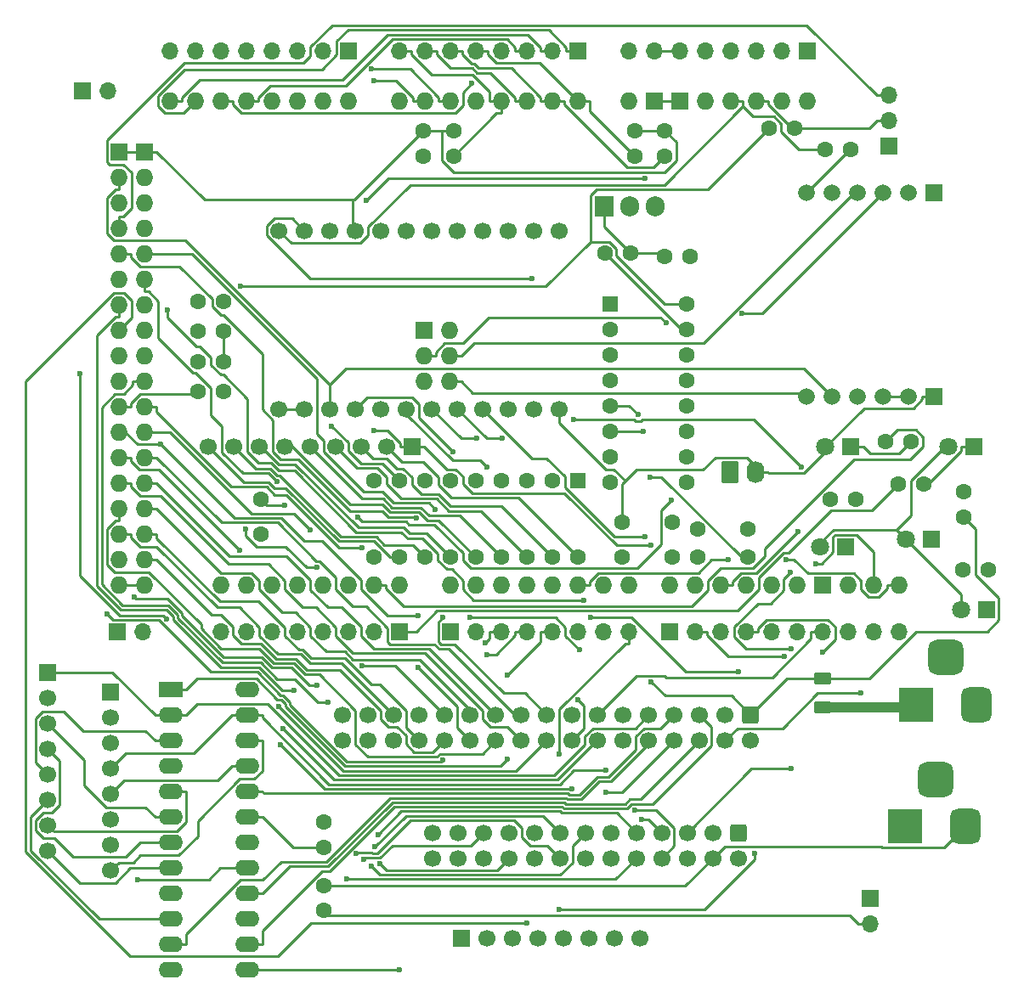
<source format=gbr>
G04 #@! TF.GenerationSoftware,KiCad,Pcbnew,9.0.4*
G04 #@! TF.CreationDate,2025-12-01T20:39:30+10:00*
G04 #@! TF.ProjectId,Jet Ranger DUE Prod Radio Controller,4a657420-5261-46e6-9765-722044554520,rev?*
G04 #@! TF.SameCoordinates,Original*
G04 #@! TF.FileFunction,Copper,L1,Top*
G04 #@! TF.FilePolarity,Positive*
%FSLAX46Y46*%
G04 Gerber Fmt 4.6, Leading zero omitted, Abs format (unit mm)*
G04 Created by KiCad (PCBNEW 9.0.4) date 2025-12-01 20:39:30*
%MOMM*%
%LPD*%
G01*
G04 APERTURE LIST*
G04 Aperture macros list*
%AMRoundRect*
0 Rectangle with rounded corners*
0 $1 Rounding radius*
0 $2 $3 $4 $5 $6 $7 $8 $9 X,Y pos of 4 corners*
0 Add a 4 corners polygon primitive as box body*
4,1,4,$2,$3,$4,$5,$6,$7,$8,$9,$2,$3,0*
0 Add four circle primitives for the rounded corners*
1,1,$1+$1,$2,$3*
1,1,$1+$1,$4,$5*
1,1,$1+$1,$6,$7*
1,1,$1+$1,$8,$9*
0 Add four rect primitives between the rounded corners*
20,1,$1+$1,$2,$3,$4,$5,0*
20,1,$1+$1,$4,$5,$6,$7,0*
20,1,$1+$1,$6,$7,$8,$9,0*
20,1,$1+$1,$8,$9,$2,$3,0*%
G04 Aperture macros list end*
G04 #@! TA.AperFunction,ComponentPad*
%ADD10R,1.700000X1.700000*%
G04 #@! TD*
G04 #@! TA.AperFunction,ComponentPad*
%ADD11C,1.700000*%
G04 #@! TD*
G04 #@! TA.AperFunction,ComponentPad*
%ADD12C,1.600000*%
G04 #@! TD*
G04 #@! TA.AperFunction,ComponentPad*
%ADD13O,1.727200X1.727200*%
G04 #@! TD*
G04 #@! TA.AperFunction,ComponentPad*
%ADD14R,1.727200X1.727200*%
G04 #@! TD*
G04 #@! TA.AperFunction,SMDPad,CuDef*
%ADD15RoundRect,0.250000X-0.625000X0.375000X-0.625000X-0.375000X0.625000X-0.375000X0.625000X0.375000X0*%
G04 #@! TD*
G04 #@! TA.AperFunction,ComponentPad*
%ADD16O,1.700000X1.700000*%
G04 #@! TD*
G04 #@! TA.AperFunction,ComponentPad*
%ADD17R,2.400000X1.600000*%
G04 #@! TD*
G04 #@! TA.AperFunction,ComponentPad*
%ADD18O,2.400000X1.600000*%
G04 #@! TD*
G04 #@! TA.AperFunction,ComponentPad*
%ADD19RoundRect,0.250000X-0.620000X-0.845000X0.620000X-0.845000X0.620000X0.845000X-0.620000X0.845000X0*%
G04 #@! TD*
G04 #@! TA.AperFunction,ComponentPad*
%ADD20O,1.740000X2.190000*%
G04 #@! TD*
G04 #@! TA.AperFunction,ComponentPad*
%ADD21R,1.800000X1.800000*%
G04 #@! TD*
G04 #@! TA.AperFunction,ComponentPad*
%ADD22C,1.800000*%
G04 #@! TD*
G04 #@! TA.AperFunction,ComponentPad*
%ADD23R,3.500000X3.500000*%
G04 #@! TD*
G04 #@! TA.AperFunction,ComponentPad*
%ADD24RoundRect,0.750000X0.750000X1.000000X-0.750000X1.000000X-0.750000X-1.000000X0.750000X-1.000000X0*%
G04 #@! TD*
G04 #@! TA.AperFunction,ComponentPad*
%ADD25RoundRect,0.875000X0.875000X0.875000X-0.875000X0.875000X-0.875000X-0.875000X0.875000X-0.875000X0*%
G04 #@! TD*
G04 #@! TA.AperFunction,ComponentPad*
%ADD26RoundRect,0.250000X-0.550000X-0.550000X0.550000X-0.550000X0.550000X0.550000X-0.550000X0.550000X0*%
G04 #@! TD*
G04 #@! TA.AperFunction,ComponentPad*
%ADD27RoundRect,0.250000X-0.550000X0.550000X-0.550000X-0.550000X0.550000X-0.550000X0.550000X0.550000X0*%
G04 #@! TD*
G04 #@! TA.AperFunction,ComponentPad*
%ADD28R,1.905000X2.000000*%
G04 #@! TD*
G04 #@! TA.AperFunction,ComponentPad*
%ADD29O,1.905000X2.000000*%
G04 #@! TD*
G04 #@! TA.AperFunction,ComponentPad*
%ADD30R,1.665000X1.665000*%
G04 #@! TD*
G04 #@! TA.AperFunction,ComponentPad*
%ADD31C,1.665000*%
G04 #@! TD*
G04 #@! TA.AperFunction,ComponentPad*
%ADD32RoundRect,0.250000X-0.600000X0.600000X-0.600000X-0.600000X0.600000X-0.600000X0.600000X0.600000X0*%
G04 #@! TD*
G04 #@! TA.AperFunction,ViaPad*
%ADD33C,0.600000*%
G04 #@! TD*
G04 #@! TA.AperFunction,Conductor*
%ADD34C,0.250000*%
G04 #@! TD*
G04 #@! TA.AperFunction,Conductor*
%ADD35C,1.000000*%
G04 #@! TD*
G04 APERTURE END LIST*
D10*
X74720000Y-129500000D03*
D11*
X77260000Y-129500000D03*
X79800000Y-129500000D03*
X82340000Y-129500000D03*
X84880000Y-129500000D03*
X87420000Y-129500000D03*
X89960000Y-129500000D03*
X92500000Y-129500000D03*
X56560000Y-76750000D03*
X59100000Y-76750000D03*
X61640000Y-76750000D03*
X64180000Y-76750000D03*
X66720000Y-76750000D03*
X69260000Y-76750000D03*
X71800000Y-76750000D03*
X74340000Y-76750000D03*
X76880000Y-76750000D03*
X79420000Y-76750000D03*
X81960000Y-76750000D03*
X84500000Y-76750000D03*
X84500000Y-58970000D03*
X81960000Y-58970000D03*
X79420000Y-58970000D03*
X76880000Y-58970000D03*
X74340000Y-58970000D03*
X71800000Y-58970000D03*
X69260000Y-58970000D03*
X66720000Y-58970000D03*
X64180000Y-58970000D03*
X61640000Y-58970000D03*
X59100000Y-58970000D03*
X56560000Y-58970000D03*
D12*
X73950000Y-49000000D03*
X73950000Y-51500000D03*
X70940000Y-49000000D03*
X70940000Y-51500000D03*
D13*
X109205000Y-46039300D03*
X101585000Y-46039300D03*
X99045000Y-46039300D03*
X70978000Y-73979300D03*
X43165000Y-94299300D03*
X40625000Y-94299300D03*
X86345000Y-46039300D03*
X83805000Y-46039300D03*
X81265000Y-46039300D03*
X78725000Y-46039300D03*
X76185000Y-46039300D03*
X73645000Y-46039300D03*
X71105000Y-46039300D03*
X68565000Y-46039300D03*
X63485000Y-46039300D03*
X60945000Y-46039300D03*
X58405000Y-46039300D03*
X55865000Y-46039300D03*
X113269000Y-94299300D03*
X48245000Y-46039300D03*
X45705000Y-46039300D03*
X73645000Y-94299300D03*
X76185000Y-94299300D03*
X78725000Y-94299300D03*
X81265000Y-94299300D03*
X83805000Y-94299300D03*
X86345000Y-94299300D03*
X88885000Y-94299300D03*
X91425000Y-94299300D03*
X95489000Y-94299300D03*
X98029000Y-94299300D03*
X100569000Y-94299300D03*
X103109000Y-94299300D03*
X105649000Y-94299300D03*
X108189000Y-94299300D03*
X68565000Y-94299300D03*
X66025000Y-94299300D03*
X63485000Y-94299300D03*
X60945000Y-94299300D03*
X58405000Y-94299300D03*
X55865000Y-94299300D03*
X53325000Y-94299300D03*
X50785000Y-94299300D03*
X43165000Y-91759300D03*
X40625000Y-91759300D03*
X43165000Y-89219300D03*
X40625000Y-89219300D03*
X43165000Y-86679300D03*
X40625000Y-86679300D03*
X43165000Y-84139300D03*
X40625000Y-84139300D03*
X43165000Y-81599300D03*
X40625000Y-81599300D03*
X43165000Y-79059300D03*
X40625000Y-79059300D03*
X43165000Y-76519300D03*
X40625000Y-76519300D03*
X43165000Y-73979300D03*
X40625000Y-73979300D03*
X43165000Y-71439300D03*
X40625000Y-71439300D03*
X43165000Y-68899300D03*
X40625000Y-68899300D03*
X43165000Y-66359300D03*
X40625000Y-66359300D03*
X43165000Y-63819300D03*
X40625000Y-63819300D03*
X43165000Y-61279300D03*
X40625000Y-61279300D03*
X43165000Y-58739300D03*
X40625000Y-58739300D03*
X43165000Y-56199300D03*
X40625000Y-56199300D03*
X43165000Y-53659300D03*
X40625000Y-53659300D03*
X53325000Y-46039300D03*
X50785000Y-46039300D03*
D14*
X110729000Y-94299300D03*
X96505000Y-46039300D03*
X93965000Y-46039300D03*
X70978000Y-68899300D03*
X43165000Y-51119300D03*
X40625000Y-51119300D03*
D13*
X106665000Y-46039300D03*
X73518000Y-73979300D03*
X70978000Y-71439300D03*
X104125000Y-46039300D03*
X73518000Y-68899300D03*
X73518000Y-71439300D03*
X118349000Y-94299300D03*
X115809000Y-94299300D03*
X91425000Y-46039300D03*
D15*
X110750000Y-103650000D03*
X110750000Y-106450000D03*
D12*
X103250000Y-91500000D03*
X98250000Y-91500000D03*
D10*
X63500000Y-41046400D03*
D16*
X60960000Y-41046400D03*
X58420000Y-41046400D03*
X55880000Y-41046400D03*
X53340000Y-41046400D03*
X50800000Y-41046400D03*
X48260000Y-41046400D03*
X45720000Y-41046400D03*
D17*
X45750000Y-104750000D03*
D18*
X45750000Y-107290000D03*
X45750000Y-109830000D03*
X45750000Y-112370000D03*
X45750000Y-114910000D03*
X45750000Y-117450000D03*
X45750000Y-119990000D03*
X45750000Y-122530000D03*
X45750000Y-125070000D03*
X45750000Y-127610000D03*
X45750000Y-130150000D03*
X45750000Y-132690000D03*
X53370000Y-132690000D03*
X53370000Y-130150000D03*
X53370000Y-127610000D03*
X53370000Y-125070000D03*
X53370000Y-122530000D03*
X53370000Y-119990000D03*
X53370000Y-117450000D03*
X53370000Y-114910000D03*
X53370000Y-112370000D03*
X53370000Y-109830000D03*
X53370000Y-107290000D03*
X53370000Y-104750000D03*
D10*
X117298000Y-50550000D03*
D16*
X117298000Y-48010000D03*
X117298000Y-45470000D03*
D10*
X86360000Y-41046400D03*
D16*
X83820000Y-41046400D03*
X81280000Y-41046400D03*
X78740000Y-41046400D03*
X76200000Y-41046400D03*
X73660000Y-41046400D03*
X71120000Y-41046400D03*
X68580000Y-41046400D03*
D19*
X101500000Y-83000000D03*
D20*
X104040000Y-83000000D03*
D12*
X51040000Y-72000000D03*
X48500000Y-72000000D03*
D21*
X113540000Y-80500000D03*
D22*
X111000000Y-80500000D03*
D12*
X61000000Y-117960000D03*
X61000000Y-120500000D03*
X118250000Y-84250000D03*
X120790000Y-84250000D03*
X51040000Y-66000000D03*
X48500000Y-66000000D03*
X124750000Y-87500000D03*
X124750000Y-84960000D03*
D10*
X37000000Y-45000000D03*
D16*
X39540000Y-45000000D03*
D23*
X118949000Y-118350000D03*
D24*
X124949000Y-118350000D03*
D25*
X121949000Y-113650000D03*
D26*
X89515000Y-66250000D03*
D12*
X89515000Y-68790000D03*
X89515000Y-71330000D03*
X89515000Y-73870000D03*
X89515000Y-76410000D03*
X89515000Y-78950000D03*
X89515000Y-81490000D03*
X89515000Y-84030000D03*
X97135000Y-84030000D03*
X97135000Y-81490000D03*
X97135000Y-78950000D03*
X97135000Y-76410000D03*
X97135000Y-73870000D03*
X97135000Y-71330000D03*
X97135000Y-68790000D03*
X97135000Y-66250000D03*
D21*
X127040000Y-96750000D03*
D22*
X124500000Y-96750000D03*
D12*
X54750000Y-85750000D03*
X54750000Y-89250000D03*
D21*
X125770000Y-80500000D03*
D22*
X123230000Y-80500000D03*
D27*
X86320000Y-83880000D03*
D12*
X83780000Y-83880000D03*
X81240000Y-83880000D03*
X78700000Y-83880000D03*
X76160000Y-83880000D03*
X73620000Y-83880000D03*
X71080000Y-83880000D03*
X68540000Y-83880000D03*
X66000000Y-83880000D03*
X66000000Y-91500000D03*
X68540000Y-91500000D03*
X71080000Y-91500000D03*
X73620000Y-91500000D03*
X76160000Y-91500000D03*
X78700000Y-91500000D03*
X81240000Y-91500000D03*
X83780000Y-91500000D03*
X86320000Y-91500000D03*
X51040000Y-69000000D03*
X48500000Y-69000000D03*
X51000000Y-75000000D03*
X48460000Y-75000000D03*
X124710000Y-92750000D03*
X127250000Y-92750000D03*
X117000000Y-80000000D03*
X119540000Y-80000000D03*
D10*
X68580000Y-98958400D03*
D16*
X66040000Y-98958400D03*
X63500000Y-98958400D03*
X60960000Y-98958400D03*
X58420000Y-98958400D03*
X55880000Y-98958400D03*
X53340000Y-98958400D03*
X50800000Y-98958400D03*
D10*
X33500000Y-103000000D03*
D11*
X33500000Y-105540000D03*
X33500000Y-108080000D03*
X33500000Y-110620000D03*
X33500000Y-113160000D03*
X33500000Y-115700000D03*
X33500000Y-118240000D03*
X33500000Y-120780000D03*
D12*
X94960000Y-61500000D03*
X97500000Y-61500000D03*
D28*
X88920000Y-56500000D03*
D29*
X91460000Y-56500000D03*
X94000000Y-56500000D03*
D30*
X121809000Y-55183300D03*
D31*
X119269000Y-55183300D03*
X116729000Y-55183300D03*
X114189000Y-55183300D03*
X111649000Y-55183300D03*
X109109000Y-55183300D03*
D30*
X121809000Y-75503300D03*
D31*
X119269000Y-75503300D03*
X116729000Y-75503300D03*
X114189000Y-75503300D03*
X111649000Y-75503300D03*
X109109000Y-75503300D03*
D21*
X113040000Y-90500000D03*
D22*
X110500000Y-90500000D03*
D12*
X111455000Y-85750000D03*
X113995000Y-85750000D03*
D10*
X109220000Y-41046400D03*
D16*
X106680000Y-41046400D03*
X104140000Y-41046400D03*
X101600000Y-41046400D03*
X99060000Y-41046400D03*
X96520000Y-41046400D03*
X93980000Y-41046400D03*
X91440000Y-41046400D03*
D12*
X95000000Y-51500000D03*
X95000000Y-49000000D03*
D10*
X115450000Y-125560000D03*
D16*
X115450000Y-128100000D03*
D12*
X61000000Y-126750000D03*
X61000000Y-124250000D03*
X110960000Y-50900000D03*
X113500000Y-50900000D03*
X89037500Y-61212500D03*
X91577500Y-61212500D03*
D32*
X103530000Y-107250000D03*
D11*
X103530000Y-109790000D03*
X100990000Y-107250000D03*
X100990000Y-109790000D03*
X98450000Y-107250000D03*
X98450000Y-109790000D03*
X95910000Y-107250000D03*
X95910000Y-109790000D03*
X93370000Y-107250000D03*
X93370000Y-109790000D03*
X90830000Y-107250000D03*
X90830000Y-109790000D03*
X88290000Y-107250000D03*
X88290000Y-109790000D03*
X85750000Y-107250000D03*
X85750000Y-109790000D03*
X83210000Y-107250000D03*
X83210000Y-109790000D03*
X80670000Y-107250000D03*
X80670000Y-109790000D03*
X78130000Y-107250000D03*
X78130000Y-109790000D03*
X75590000Y-107250000D03*
X75590000Y-109790000D03*
X73050000Y-107250000D03*
X73050000Y-109790000D03*
X70510000Y-107250000D03*
X70510000Y-109790000D03*
X67970000Y-107250000D03*
X67970000Y-109790000D03*
X65430000Y-107250000D03*
X65430000Y-109790000D03*
X62890000Y-107250000D03*
X62890000Y-109790000D03*
D12*
X105350000Y-48750000D03*
X107890000Y-48750000D03*
X91990000Y-51500000D03*
X91990000Y-49000000D03*
D10*
X39750000Y-105000000D03*
D11*
X39750000Y-107540000D03*
X39750000Y-110080000D03*
X39750000Y-112620000D03*
X39750000Y-115160000D03*
X39750000Y-117700000D03*
X39750000Y-120240000D03*
X39750000Y-122780000D03*
D21*
X121540000Y-89750000D03*
D22*
X119000000Y-89750000D03*
D12*
X103250000Y-88750000D03*
X98250000Y-88750000D03*
X95750000Y-88000000D03*
X90750000Y-88000000D03*
D10*
X69820000Y-80500000D03*
D11*
X67280000Y-80500000D03*
X64740000Y-80500000D03*
X62200000Y-80500000D03*
X59660000Y-80500000D03*
X57120000Y-80500000D03*
X54580000Y-80500000D03*
X52040000Y-80500000D03*
X49500000Y-80500000D03*
D23*
X120000000Y-106207500D03*
D24*
X126000000Y-106207500D03*
D25*
X123000000Y-101507500D03*
D10*
X95504000Y-98958400D03*
D16*
X98044000Y-98958400D03*
X100584000Y-98958400D03*
X103124000Y-98958400D03*
X105664000Y-98958400D03*
X108204000Y-98958400D03*
X110744000Y-98958400D03*
X113284000Y-98958400D03*
X115824000Y-98958400D03*
X118364000Y-98958400D03*
D32*
X102330000Y-119000000D03*
D11*
X102330000Y-121540000D03*
X99790000Y-119000000D03*
X99790000Y-121540000D03*
X97250000Y-119000000D03*
X97250000Y-121540000D03*
X94710000Y-119000000D03*
X94710000Y-121540000D03*
X92170000Y-119000000D03*
X92170000Y-121540000D03*
X89630000Y-119000000D03*
X89630000Y-121540000D03*
X87090000Y-119000000D03*
X87090000Y-121540000D03*
X84550000Y-119000000D03*
X84550000Y-121540000D03*
X82010000Y-119000000D03*
X82010000Y-121540000D03*
X79470000Y-119000000D03*
X79470000Y-121540000D03*
X76930000Y-119000000D03*
X76930000Y-121540000D03*
X74390000Y-119000000D03*
X74390000Y-121540000D03*
X71850000Y-119000000D03*
X71850000Y-121540000D03*
D12*
X95750000Y-91500000D03*
X90750000Y-91500000D03*
D10*
X40411400Y-98933000D03*
D16*
X42951400Y-98933000D03*
D10*
X73660000Y-98958400D03*
D16*
X76200000Y-98958400D03*
X78740000Y-98958400D03*
X81280000Y-98958400D03*
X83820000Y-98958400D03*
X86360000Y-98958400D03*
X88900000Y-98958400D03*
X91440000Y-98958400D03*
D33*
X75781400Y-44292400D03*
X78814900Y-79673400D03*
X85743800Y-114595500D03*
X56708100Y-110233700D03*
X45386200Y-97697200D03*
X36687200Y-73223500D03*
X73908300Y-81014500D03*
X76220600Y-79671100D03*
X81256400Y-128015000D03*
X64266700Y-121049000D03*
X58021400Y-104829400D03*
X77268100Y-82556600D03*
X65776500Y-122351400D03*
X60316300Y-104318100D03*
X42137200Y-95449700D03*
X66393500Y-119149200D03*
X61404900Y-105966800D03*
X63318600Y-123631900D03*
X66616600Y-122103400D03*
X66126500Y-120403000D03*
X60356800Y-92559200D03*
X53231500Y-88687300D03*
X92871100Y-78950000D03*
X93542500Y-83529300D03*
X92357900Y-77318100D03*
X72855100Y-111733900D03*
X39405000Y-97143600D03*
X95646100Y-85812900D03*
X64383100Y-87556900D03*
X93003700Y-89458000D03*
X87615000Y-97546100D03*
X102341600Y-102917100D03*
X42511500Y-123660600D03*
X92643500Y-117633000D03*
X92008900Y-116744600D03*
X72892400Y-97546100D03*
X70253100Y-87648800D03*
X64786900Y-90548400D03*
X64786900Y-102363800D03*
X107560600Y-112616000D03*
X107560600Y-100639000D03*
X107523800Y-93017100D03*
X86946900Y-95783600D03*
X45465300Y-66840300D03*
X89164000Y-114963000D03*
X89164000Y-112747100D03*
X52630400Y-90794600D03*
X56554000Y-106396700D03*
X86356700Y-105710600D03*
X86469200Y-100748000D03*
X75612500Y-97546100D03*
X72129600Y-86745200D03*
X64977900Y-121606400D03*
X59675000Y-88775000D03*
X65981500Y-43968000D03*
X114538900Y-105050000D03*
X101308800Y-91788000D03*
X61749400Y-78447100D03*
X108279800Y-88949500D03*
X102686200Y-67228800D03*
X95111100Y-68167100D03*
X77281400Y-101261600D03*
X68581300Y-132690000D03*
X65767400Y-42847200D03*
X44784800Y-80284800D03*
X70407600Y-102478000D03*
X70421000Y-97305800D03*
X110718700Y-100962200D03*
X107052200Y-91735600D03*
X93009500Y-53766000D03*
X65262400Y-55964300D03*
X110076200Y-92149000D03*
X108589500Y-82505900D03*
X85887300Y-77760100D03*
X81758400Y-63752500D03*
X56956500Y-108612600D03*
X56350400Y-83984600D03*
X52676600Y-64514000D03*
X79305100Y-103311400D03*
X79305100Y-111659100D03*
X77094800Y-100072000D03*
X66010100Y-78892500D03*
X93649500Y-103952700D03*
X93649500Y-90300700D03*
X57118800Y-86317000D03*
X106929300Y-101416600D03*
X103927600Y-121073900D03*
X84460100Y-126643700D03*
X84497700Y-111146800D03*
D34*
X115443200Y-81178100D02*
X114765100Y-80500000D01*
X118361900Y-81178100D02*
X115443200Y-81178100D01*
X119540000Y-80000000D02*
X118361900Y-81178100D01*
X113540000Y-80500000D02*
X114765100Y-80500000D01*
X124544900Y-80959400D02*
X124544900Y-80500000D01*
X121254300Y-84250000D02*
X124544900Y-80959400D01*
X120790000Y-84250000D02*
X121254300Y-84250000D01*
X125770000Y-80500000D02*
X124544900Y-80500000D01*
X86360000Y-41046400D02*
X85184900Y-41046400D01*
X85184900Y-40679100D02*
X85184900Y-41046400D01*
X83443900Y-38938100D02*
X85184900Y-40679100D01*
X63443700Y-38938100D02*
X83443900Y-38938100D01*
X62324800Y-40057000D02*
X63443700Y-38938100D01*
X62324800Y-41407000D02*
X62324800Y-40057000D01*
X60835000Y-42896800D02*
X62324800Y-41407000D01*
X47153900Y-42896800D02*
X60835000Y-42896800D01*
X44516200Y-45534500D02*
X47153900Y-42896800D01*
X44516200Y-46572300D02*
X44516200Y-45534500D01*
X45197700Y-47253800D02*
X44516200Y-46572300D01*
X47030500Y-47253800D02*
X45197700Y-47253800D01*
X48245000Y-46039300D02*
X47030500Y-47253800D01*
X51973700Y-46408800D02*
X51973700Y-46039300D01*
X52827200Y-47262300D02*
X51973700Y-46408800D01*
X74104800Y-47262300D02*
X52827200Y-47262300D01*
X74915000Y-46452100D02*
X74104800Y-47262300D01*
X74915000Y-45158800D02*
X74915000Y-46452100D01*
X75781400Y-44292400D02*
X74915000Y-45158800D01*
X50785000Y-46039300D02*
X51973700Y-46039300D01*
X83820000Y-41046400D02*
X82644900Y-41046400D01*
X45705000Y-46039300D02*
X46893700Y-46039300D01*
X82644900Y-40679200D02*
X82644900Y-41046400D01*
X81376100Y-39410400D02*
X82644900Y-40679200D01*
X67365100Y-39410400D02*
X81376100Y-39410400D01*
X62874700Y-43900800D02*
X67365100Y-39410400D01*
X48662700Y-43900800D02*
X62874700Y-43900800D01*
X46893700Y-45669800D02*
X48662700Y-43900800D01*
X46893700Y-46039300D02*
X46893700Y-45669800D01*
X81280000Y-41046400D02*
X80104900Y-41046400D01*
X53325000Y-46039300D02*
X54513700Y-46039300D01*
X80104900Y-40679200D02*
X80104900Y-41046400D01*
X79286300Y-39860600D02*
X80104900Y-40679200D01*
X67869600Y-39860600D02*
X79286300Y-39860600D01*
X63189500Y-44540700D02*
X67869600Y-39860600D01*
X55642800Y-44540700D02*
X63189500Y-44540700D01*
X54513700Y-45669800D02*
X55642800Y-44540700D01*
X54513700Y-46039300D02*
X54513700Y-45669800D01*
X77263400Y-79673400D02*
X74340000Y-76750000D01*
X78814900Y-79673400D02*
X77263400Y-79673400D01*
X61084000Y-114609600D02*
X56708100Y-110233700D01*
X85729700Y-114609600D02*
X61084000Y-114609600D01*
X85743800Y-114595500D02*
X85729700Y-114609600D01*
X36687200Y-93329800D02*
X36687200Y-73223500D01*
X40665000Y-97307600D02*
X36687200Y-93329800D01*
X44996600Y-97307600D02*
X40665000Y-97307600D01*
X45386200Y-97697200D02*
X44996600Y-97307600D01*
X65355400Y-75574600D02*
X64180000Y-76750000D01*
X69809100Y-75574600D02*
X65355400Y-75574600D01*
X70530000Y-76295500D02*
X69809100Y-75574600D01*
X70530000Y-77636200D02*
X70530000Y-76295500D01*
X73908300Y-81014500D02*
X70530000Y-77636200D01*
X74721100Y-79671100D02*
X71800000Y-76750000D01*
X76220600Y-79671100D02*
X74721100Y-79671100D01*
X41895000Y-67629300D02*
X40625000Y-68899300D01*
X41895000Y-65926100D02*
X41895000Y-67629300D01*
X41139400Y-65170500D02*
X41895000Y-65926100D01*
X40083600Y-65170500D02*
X41139400Y-65170500D01*
X31312000Y-73942100D02*
X40083600Y-65170500D01*
X31312000Y-120915800D02*
X31312000Y-73942100D01*
X41709800Y-131313600D02*
X31312000Y-120915800D01*
X56452000Y-131313600D02*
X41709800Y-131313600D01*
X59750600Y-128015000D02*
X56452000Y-131313600D01*
X81256400Y-128015000D02*
X59750600Y-128015000D01*
X40625000Y-66359300D02*
X40625000Y-67548000D01*
X83279800Y-120269800D02*
X84550000Y-121540000D01*
X81579000Y-120269800D02*
X83279800Y-120269800D01*
X80740000Y-119430800D02*
X81579000Y-120269800D01*
X80740000Y-118527400D02*
X80740000Y-119430800D01*
X79973000Y-117760400D02*
X80740000Y-118527400D01*
X69653100Y-117760400D02*
X79973000Y-117760400D01*
X66385400Y-121028100D02*
X69653100Y-117760400D01*
X65867600Y-121028100D02*
X66385400Y-121028100D01*
X65802400Y-120962900D02*
X65867600Y-121028100D01*
X64352800Y-120962900D02*
X65802400Y-120962900D01*
X64266700Y-121049000D02*
X64352800Y-120962900D01*
X56887300Y-104829400D02*
X58021400Y-104829400D01*
X54552300Y-102494400D02*
X56887300Y-104829400D01*
X50751900Y-102494400D02*
X54552300Y-102494400D01*
X46011300Y-97753800D02*
X50751900Y-102494400D01*
X46011300Y-97438200D02*
X46011300Y-97753800D01*
X45358000Y-96784900D02*
X46011300Y-97438200D01*
X40779000Y-96784900D02*
X45358000Y-96784900D01*
X38409500Y-94415400D02*
X40779000Y-96784900D01*
X38409500Y-69394000D02*
X38409500Y-94415400D01*
X40255500Y-67548000D02*
X38409500Y-69394000D01*
X40625000Y-67548000D02*
X40255500Y-67548000D01*
X69260000Y-77263700D02*
X69260000Y-76750000D01*
X73888400Y-81892100D02*
X69260000Y-77263700D01*
X76603600Y-81892100D02*
X73888400Y-81892100D01*
X77268100Y-82556600D02*
X76603600Y-81892100D01*
X66606800Y-123181700D02*
X65776500Y-122351400D01*
X84589400Y-123181700D02*
X66606800Y-123181700D01*
X85820000Y-121951100D02*
X84589400Y-123181700D01*
X85820000Y-120270000D02*
X85820000Y-121951100D01*
X87090000Y-119000000D02*
X85820000Y-120270000D01*
X42298200Y-95610700D02*
X42137200Y-95449700D01*
X45457000Y-95610700D02*
X42298200Y-95610700D01*
X46911500Y-97065200D02*
X45457000Y-95610700D01*
X46911500Y-97380600D02*
X46911500Y-97065200D01*
X51016000Y-101485100D02*
X46911500Y-97380600D01*
X54816300Y-101485100D02*
X51016000Y-101485100D01*
X55862500Y-102531300D02*
X54816300Y-101485100D01*
X57830400Y-102531300D02*
X55862500Y-102531300D01*
X59617100Y-104318000D02*
X57830400Y-102531300D01*
X60316300Y-104318000D02*
X59617100Y-104318000D01*
X60316300Y-104318100D02*
X60316300Y-104318000D01*
X43165000Y-73979300D02*
X41976300Y-73979300D01*
X90191000Y-117021000D02*
X92170000Y-119000000D01*
X84738900Y-117021000D02*
X90191000Y-117021000D01*
X84578100Y-116860200D02*
X84738900Y-117021000D01*
X68682500Y-116860200D02*
X84578100Y-116860200D01*
X66393500Y-119149200D02*
X68682500Y-116860200D01*
X41976300Y-74348700D02*
X41976300Y-73979300D01*
X41075700Y-75249300D02*
X41976300Y-74348700D01*
X40200800Y-75249300D02*
X41075700Y-75249300D01*
X38875000Y-76575100D02*
X40200800Y-75249300D01*
X38875000Y-94244200D02*
X38875000Y-76575100D01*
X40965600Y-96334800D02*
X38875000Y-94244200D01*
X45544500Y-96334800D02*
X40965600Y-96334800D01*
X46461400Y-97251700D02*
X45544500Y-96334800D01*
X46461400Y-97567200D02*
X46461400Y-97251700D01*
X50938400Y-102044200D02*
X46461400Y-97567200D01*
X54738800Y-102044200D02*
X50938400Y-102044200D01*
X56351100Y-103656500D02*
X54738800Y-102044200D01*
X58094100Y-103656500D02*
X56351100Y-103656500D01*
X60404400Y-105966800D02*
X58094100Y-103656500D01*
X61404900Y-105966800D02*
X60404400Y-105966800D01*
X90078100Y-123631900D02*
X63318600Y-123631900D01*
X92170000Y-121540000D02*
X90078100Y-123631900D01*
X67239500Y-122726300D02*
X66616600Y-122103400D01*
X78283700Y-122726300D02*
X67239500Y-122726300D01*
X79470000Y-121540000D02*
X78283700Y-122726300D01*
X53231500Y-89355600D02*
X53231500Y-88687300D01*
X54345200Y-90469300D02*
X53231500Y-89355600D01*
X57242100Y-90469300D02*
X54345200Y-90469300D01*
X59332000Y-92559200D02*
X57242100Y-90469300D01*
X60356800Y-92559200D02*
X59332000Y-92559200D01*
X69219200Y-117310300D02*
X66126500Y-120403000D01*
X82860300Y-117310300D02*
X69219200Y-117310300D01*
X84550000Y-119000000D02*
X82860300Y-117310300D01*
X89515000Y-78950000D02*
X92871100Y-78950000D01*
X94658300Y-83529300D02*
X93542500Y-83529300D01*
X102629000Y-91500000D02*
X94658300Y-83529300D01*
X103250000Y-91500000D02*
X102629000Y-91500000D01*
X91449800Y-76410000D02*
X92357900Y-77318100D01*
X89515000Y-76410000D02*
X91449800Y-76410000D01*
X72711900Y-111877100D02*
X72855100Y-111733900D01*
X63307600Y-111877100D02*
X72711900Y-111877100D01*
X57629200Y-106198700D02*
X63307600Y-111877100D01*
X57629200Y-105951200D02*
X57629200Y-106198700D01*
X56957500Y-105279500D02*
X57629200Y-105951200D01*
X56700700Y-105279500D02*
X56957500Y-105279500D01*
X54390500Y-102969300D02*
X56700700Y-105279500D01*
X49774300Y-102969300D02*
X54390500Y-102969300D01*
X44562800Y-97757800D02*
X49774300Y-102969300D01*
X40019200Y-97757800D02*
X44562800Y-97757800D01*
X39405000Y-97143600D02*
X40019200Y-97757800D01*
X43165000Y-89219300D02*
X44353700Y-89219300D01*
X44353700Y-89626600D02*
X44353700Y-89219300D01*
X50675000Y-95947900D02*
X44353700Y-89626600D01*
X54535000Y-95947900D02*
X50675000Y-95947900D01*
X57150000Y-98562900D02*
X54535000Y-95947900D01*
X57150000Y-99353400D02*
X57150000Y-98562900D01*
X58518300Y-100721700D02*
X57150000Y-99353400D01*
X58885400Y-100721700D02*
X58518300Y-100721700D01*
X59770400Y-101606700D02*
X58885400Y-100721700D01*
X63138500Y-101606700D02*
X59770400Y-101606700D01*
X65715400Y-104183600D02*
X63138500Y-101606700D01*
X66583800Y-104183600D02*
X65715400Y-104183600D01*
X69240000Y-106839800D02*
X66583800Y-104183600D01*
X69240000Y-108520000D02*
X69240000Y-106839800D01*
X70510000Y-109790000D02*
X69240000Y-108520000D01*
X43165000Y-91759300D02*
X44353700Y-91759300D01*
X49866800Y-97272400D02*
X44353700Y-91759300D01*
X50775800Y-97272400D02*
X49866800Y-97272400D01*
X51975100Y-98471700D02*
X50775800Y-97272400D01*
X51975100Y-99317800D02*
X51975100Y-98471700D01*
X52790900Y-100133600D02*
X51975100Y-99317800D01*
X54738100Y-100133600D02*
X52790900Y-100133600D01*
X56235600Y-101631100D02*
X54738100Y-100133600D01*
X58203500Y-101631100D02*
X56235600Y-101631100D01*
X59308000Y-102735600D02*
X58203500Y-101631100D01*
X62596500Y-102735600D02*
X59308000Y-102735600D01*
X66700000Y-106839100D02*
X62596500Y-102735600D01*
X66700000Y-107681000D02*
X66700000Y-106839100D01*
X67444200Y-108425200D02*
X66700000Y-107681000D01*
X68324300Y-108425200D02*
X67444200Y-108425200D01*
X69202800Y-109303700D02*
X68324300Y-108425200D01*
X69202800Y-110156300D02*
X69202800Y-109303700D01*
X70023300Y-110976800D02*
X69202800Y-110156300D01*
X71863200Y-110976800D02*
X70023300Y-110976800D01*
X73050000Y-109790000D02*
X71863200Y-110976800D01*
X83805000Y-46039300D02*
X84993700Y-46039300D01*
X73660000Y-41046400D02*
X74835100Y-41046400D01*
X83805000Y-46039300D02*
X82616300Y-46039300D01*
X84993700Y-46408800D02*
X84993700Y-46039300D01*
X91239400Y-52654500D02*
X84993700Y-46408800D01*
X93845500Y-52654500D02*
X91239400Y-52654500D01*
X95000000Y-51500000D02*
X93845500Y-52654500D01*
X74835100Y-41413700D02*
X74835100Y-41046400D01*
X75738400Y-42317000D02*
X74835100Y-41413700D01*
X75987200Y-42317000D02*
X75738400Y-42317000D01*
X76437300Y-42767100D02*
X75987200Y-42317000D01*
X79713500Y-42767100D02*
X76437300Y-42767100D01*
X82616300Y-45669900D02*
X79713500Y-42767100D01*
X82616300Y-46039300D02*
X82616300Y-45669900D01*
X64806400Y-87980200D02*
X64383100Y-87556900D01*
X69209500Y-87980200D02*
X64806400Y-87980200D01*
X69503300Y-88274000D02*
X69209500Y-87980200D01*
X72045500Y-88274000D02*
X69503300Y-88274000D01*
X74890000Y-91118500D02*
X72045500Y-88274000D01*
X74890000Y-91873800D02*
X74890000Y-91118500D01*
X75641400Y-92625200D02*
X74890000Y-91873800D01*
X92270400Y-92625200D02*
X75641400Y-92625200D01*
X94624800Y-90270800D02*
X92270400Y-92625200D01*
X94624800Y-86834200D02*
X94624800Y-90270800D01*
X95646100Y-85812900D02*
X94624800Y-86834200D01*
X67622800Y-91500000D02*
X68540000Y-91500000D01*
X66046000Y-89923200D02*
X67622800Y-91500000D01*
X62552400Y-89923200D02*
X66046000Y-89923200D01*
X57238900Y-84609700D02*
X62552400Y-89923200D01*
X56091500Y-84609700D02*
X57238900Y-84609700D01*
X55501900Y-84020100D02*
X56091500Y-84609700D01*
X53020100Y-84020100D02*
X55501900Y-84020100D01*
X49500000Y-80500000D02*
X53020100Y-84020100D01*
X89980800Y-89458000D02*
X93003700Y-89458000D01*
X85049500Y-84526700D02*
X89980800Y-89458000D01*
X85049500Y-83484200D02*
X85049500Y-84526700D01*
X83206000Y-81640700D02*
X85049500Y-83484200D01*
X81770700Y-81640700D02*
X83206000Y-81640700D01*
X76880000Y-76750000D02*
X81770700Y-81640700D01*
X64852500Y-85692500D02*
X59660000Y-80500000D01*
X66908100Y-85692500D02*
X64852500Y-85692500D01*
X67789200Y-86573600D02*
X66908100Y-85692500D01*
X70698600Y-86573600D02*
X67789200Y-86573600D01*
X71498800Y-87373800D02*
X70698600Y-86573600D01*
X74573800Y-87373800D02*
X71498800Y-87373800D01*
X78700000Y-91500000D02*
X74573800Y-87373800D01*
X57923100Y-80500000D02*
X57120000Y-80500000D01*
X63671500Y-86248400D02*
X57923100Y-80500000D01*
X66827400Y-86248400D02*
X63671500Y-86248400D01*
X67602700Y-87023700D02*
X66827400Y-86248400D01*
X70512100Y-87023700D02*
X67602700Y-87023700D01*
X71312300Y-87823900D02*
X70512100Y-87023700D01*
X72483900Y-87823900D02*
X71312300Y-87823900D01*
X76160000Y-91500000D02*
X72483900Y-87823900D01*
X69886500Y-90306500D02*
X71080000Y-91500000D01*
X67065900Y-90306500D02*
X69886500Y-90306500D01*
X66232500Y-89473100D02*
X67065900Y-90306500D01*
X62738900Y-89473100D02*
X66232500Y-89473100D01*
X56625200Y-83359400D02*
X62738900Y-89473100D01*
X56376200Y-83359400D02*
X56625200Y-83359400D01*
X55701000Y-82684200D02*
X56376200Y-83359400D01*
X54224200Y-82684200D02*
X55701000Y-82684200D01*
X52040000Y-80500000D02*
X54224200Y-82684200D01*
X80393400Y-85573400D02*
X86320000Y-91500000D01*
X73682000Y-85573400D02*
X80393400Y-85573400D01*
X72448300Y-84339700D02*
X73682000Y-85573400D01*
X72448300Y-83578400D02*
X72448300Y-84339700D01*
X70925700Y-82055800D02*
X72448300Y-83578400D01*
X68835800Y-82055800D02*
X70925700Y-82055800D01*
X67280000Y-80500000D02*
X68835800Y-82055800D01*
X91702700Y-97546100D02*
X87615000Y-97546100D01*
X97073700Y-102917100D02*
X91702700Y-97546100D01*
X102341600Y-102917100D02*
X97073700Y-102917100D01*
X32302900Y-111962900D02*
X33500000Y-113160000D01*
X32302900Y-107602400D02*
X32302900Y-111962900D01*
X33029600Y-106875700D02*
X32302900Y-107602400D01*
X35130200Y-106875700D02*
X33029600Y-106875700D01*
X37088900Y-108834400D02*
X35130200Y-106875700D01*
X43229300Y-108834400D02*
X37088900Y-108834400D01*
X44224900Y-109830000D02*
X43229300Y-108834400D01*
X45750000Y-109830000D02*
X44224900Y-109830000D01*
X49570200Y-123660600D02*
X42511500Y-123660600D01*
X50700800Y-122530000D02*
X49570200Y-123660600D01*
X53370000Y-122530000D02*
X50700800Y-122530000D01*
X53370000Y-109830000D02*
X54895100Y-109830000D01*
X54895100Y-112838700D02*
X54895100Y-109830000D01*
X54093800Y-113640000D02*
X54895100Y-112838700D01*
X52647100Y-113640000D02*
X54093800Y-113640000D01*
X48477900Y-117809200D02*
X52647100Y-113640000D01*
X48477900Y-119343000D02*
X48477900Y-117809200D01*
X46560900Y-121260000D02*
X48477900Y-119343000D01*
X42713700Y-121260000D02*
X46560900Y-121260000D01*
X42013600Y-121960100D02*
X42713700Y-121260000D01*
X40569900Y-121960100D02*
X42013600Y-121960100D01*
X39750000Y-122780000D02*
X40569900Y-121960100D01*
X65915200Y-81675200D02*
X64740000Y-80500000D01*
X67289900Y-81675200D02*
X65915200Y-81675200D01*
X68279900Y-82665200D02*
X67289900Y-81675200D01*
X68916500Y-82665200D02*
X68279900Y-82665200D01*
X69810000Y-83558700D02*
X68916500Y-82665200D01*
X69810000Y-84282000D02*
X69810000Y-83558700D01*
X70751300Y-85223300D02*
X69810000Y-84282000D01*
X72441400Y-85223300D02*
X70751300Y-85223300D01*
X73652900Y-86434800D02*
X72441400Y-85223300D01*
X78714900Y-86434800D02*
X73652900Y-86434800D01*
X78714900Y-86434900D02*
X78714900Y-86434800D01*
X83780000Y-91500000D02*
X78714900Y-86434900D01*
X81265000Y-46039300D02*
X80076300Y-46039300D01*
X71120000Y-41046400D02*
X72295100Y-41046400D01*
X72295100Y-41411700D02*
X72295100Y-41046400D01*
X73650600Y-42767200D02*
X72295100Y-41411700D01*
X75800800Y-42767200D02*
X73650600Y-42767200D01*
X76250800Y-43217200D02*
X75800800Y-42767200D01*
X77601400Y-43217200D02*
X76250800Y-43217200D01*
X80076300Y-45692100D02*
X77601400Y-43217200D01*
X80076300Y-46039300D02*
X80076300Y-45692100D01*
X93343000Y-117633000D02*
X92643500Y-117633000D01*
X94710000Y-119000000D02*
X93343000Y-117633000D01*
X78222000Y-47228000D02*
X73950000Y-51500000D01*
X78725000Y-47228000D02*
X78222000Y-47228000D01*
X78725000Y-46039300D02*
X78725000Y-47228000D01*
X77536300Y-45139300D02*
X77536300Y-46039300D01*
X75839200Y-43442200D02*
X77536300Y-45139300D01*
X71783700Y-43442200D02*
X75839200Y-43442200D01*
X69755100Y-41413600D02*
X71783700Y-43442200D01*
X69755100Y-41046400D02*
X69755100Y-41413600D01*
X68580000Y-41046400D02*
X69755100Y-41046400D01*
X78725000Y-46039300D02*
X77536300Y-46039300D01*
X94121300Y-116744600D02*
X92008900Y-116744600D01*
X95925300Y-118548600D02*
X94121300Y-116744600D01*
X95925300Y-120324700D02*
X95925300Y-118548600D01*
X94710000Y-121540000D02*
X95925300Y-120324700D01*
X44987500Y-107290000D02*
X44224900Y-107290000D01*
X44987500Y-107290000D02*
X45750000Y-107290000D01*
X45750000Y-107290000D02*
X47275100Y-107290000D01*
X33500000Y-103000000D02*
X34675100Y-103000000D01*
X39934900Y-103000000D02*
X44224900Y-107290000D01*
X34675100Y-103000000D02*
X39934900Y-103000000D01*
X48401300Y-106163800D02*
X47275100Y-107290000D01*
X55437000Y-106163800D02*
X48401300Y-106163800D01*
X62532400Y-113259200D02*
X55437000Y-106163800D01*
X83997200Y-113259200D02*
X62532400Y-113259200D01*
X87020000Y-110236400D02*
X83997200Y-113259200D01*
X87020000Y-109378300D02*
X87020000Y-110236400D01*
X87823600Y-108574700D02*
X87020000Y-109378300D01*
X92045300Y-108574700D02*
X87823600Y-108574700D01*
X93370000Y-107250000D02*
X92045300Y-108574700D01*
X71294300Y-89174300D02*
X73620000Y-91500000D01*
X69541800Y-89174300D02*
X71294300Y-89174300D01*
X68940300Y-88572800D02*
X69541800Y-89174300D01*
X64459700Y-88572800D02*
X68940300Y-88572800D01*
X58121000Y-82234100D02*
X64459700Y-88572800D01*
X56524100Y-82234100D02*
X58121000Y-82234100D01*
X54790000Y-80500000D02*
X56524100Y-82234100D01*
X54580000Y-80500000D02*
X54790000Y-80500000D01*
X64350600Y-82650600D02*
X62200000Y-80500000D01*
X66372900Y-82650600D02*
X64350600Y-82650600D01*
X67270100Y-83547800D02*
X66372900Y-82650600D01*
X67270100Y-84214400D02*
X67270100Y-83547800D01*
X68729100Y-85673400D02*
X67270100Y-84214400D01*
X72242600Y-85673400D02*
X68729100Y-85673400D01*
X73492800Y-86923600D02*
X72242600Y-85673400D01*
X76663600Y-86923600D02*
X73492800Y-86923600D01*
X81240000Y-91500000D02*
X76663600Y-86923600D01*
X53370000Y-130150000D02*
X54895100Y-130150000D01*
X99640600Y-108440600D02*
X98450000Y-107250000D01*
X99640600Y-110272100D02*
X99640600Y-108440600D01*
X93793200Y-116119500D02*
X99640600Y-110272100D01*
X91671600Y-116119500D02*
X93793200Y-116119500D01*
X91220200Y-116570900D02*
X91671600Y-116119500D01*
X84925400Y-116570900D02*
X91220200Y-116570900D01*
X84764600Y-116410100D02*
X84925400Y-116570900D01*
X68019100Y-116410100D02*
X84764600Y-116410100D01*
X61636000Y-122793200D02*
X68019100Y-116410100D01*
X60854200Y-122793200D02*
X61636000Y-122793200D01*
X54895100Y-128752300D02*
X60854200Y-122793200D01*
X54895100Y-130150000D02*
X54895100Y-128752300D01*
X40625000Y-84139300D02*
X41813700Y-84139300D01*
X79305200Y-108425200D02*
X80670000Y-109790000D01*
X77604200Y-108425200D02*
X79305200Y-108425200D01*
X76860000Y-107681000D02*
X77604200Y-108425200D01*
X76860000Y-106856700D02*
X76860000Y-107681000D01*
X71097000Y-101093700D02*
X76860000Y-106856700D01*
X63929300Y-101093700D02*
X71097000Y-101093700D01*
X62230000Y-99394400D02*
X63929300Y-101093700D01*
X62230000Y-98498500D02*
X62230000Y-99394400D01*
X60221000Y-96489500D02*
X62230000Y-98498500D01*
X58862400Y-96489500D02*
X60221000Y-96489500D01*
X57135000Y-94762100D02*
X58862400Y-96489500D01*
X57135000Y-93833000D02*
X57135000Y-94762100D01*
X55512400Y-92210400D02*
X57135000Y-93833000D01*
X51571500Y-92210400D02*
X55512400Y-92210400D01*
X44770400Y-85409300D02*
X51571500Y-92210400D01*
X42714200Y-85409300D02*
X44770400Y-85409300D01*
X41813700Y-84508800D02*
X42714200Y-85409300D01*
X41813700Y-84139300D02*
X41813700Y-84508800D01*
X40625000Y-61279300D02*
X41813700Y-61279300D01*
X72437500Y-98001000D02*
X72892400Y-97546100D01*
X72437500Y-99946000D02*
X72437500Y-98001000D01*
X72684900Y-100193400D02*
X72437500Y-99946000D01*
X74068400Y-100193400D02*
X72684900Y-100193400D01*
X78953800Y-105078800D02*
X74068400Y-100193400D01*
X81038800Y-105078800D02*
X78953800Y-105078800D01*
X83210000Y-107250000D02*
X81038800Y-105078800D01*
X41813700Y-61648800D02*
X41813700Y-61279300D01*
X42714200Y-62549300D02*
X41813700Y-61648800D01*
X46657500Y-62549300D02*
X42714200Y-62549300D01*
X49914800Y-65806600D02*
X46657500Y-62549300D01*
X49914800Y-66498100D02*
X49914800Y-65806600D01*
X50771900Y-67355200D02*
X49914800Y-66498100D01*
X51003300Y-67355200D02*
X50771900Y-67355200D01*
X54879400Y-71231300D02*
X51003300Y-67355200D01*
X54879400Y-76768700D02*
X54879400Y-71231300D01*
X55944800Y-77834100D02*
X54879400Y-76768700D01*
X55944800Y-81018100D02*
X55944800Y-77834100D01*
X56710600Y-81783900D02*
X55944800Y-81018100D01*
X58493500Y-81783900D02*
X56710600Y-81783900D01*
X63622800Y-86913200D02*
X58493500Y-81783900D01*
X66855600Y-86913200D02*
X63622800Y-86913200D01*
X67472400Y-87530000D02*
X66855600Y-86913200D01*
X70134300Y-87530000D02*
X67472400Y-87530000D01*
X70253100Y-87648800D02*
X70134300Y-87530000D01*
X40625000Y-86679300D02*
X40625000Y-87868000D01*
X40255500Y-87868000D02*
X40625000Y-87868000D01*
X39405200Y-88718300D02*
X40255500Y-87868000D01*
X39405200Y-92257200D02*
X39405200Y-88718300D01*
X40177300Y-93029300D02*
X39405200Y-92257200D01*
X43606300Y-93029300D02*
X40177300Y-93029300D01*
X48784300Y-98207300D02*
X43606300Y-93029300D01*
X48784300Y-98616700D02*
X48784300Y-98207300D01*
X50775100Y-100607500D02*
X48784300Y-98616700D01*
X54575400Y-100607500D02*
X50775100Y-100607500D01*
X56049100Y-102081200D02*
X54575400Y-100607500D01*
X58017000Y-102081200D02*
X56049100Y-102081200D01*
X59152000Y-103216200D02*
X58017000Y-102081200D01*
X60565600Y-103216200D02*
X59152000Y-103216200D01*
X64160000Y-106810600D02*
X60565600Y-103216200D01*
X64160000Y-110192700D02*
X64160000Y-106810600D01*
X65394300Y-111427000D02*
X64160000Y-110192700D01*
X72278000Y-111427000D02*
X65394300Y-111427000D01*
X72596300Y-111108700D02*
X72278000Y-111427000D01*
X76811300Y-111108700D02*
X72596300Y-111108700D01*
X78130000Y-109790000D02*
X76811300Y-111108700D01*
X43165000Y-84139300D02*
X44353700Y-84139300D01*
X71523600Y-100643600D02*
X78130000Y-107250000D01*
X66000800Y-100643600D02*
X71523600Y-100643600D01*
X64770000Y-99412800D02*
X66000800Y-100643600D01*
X64770000Y-98480900D02*
X64770000Y-99412800D01*
X62801200Y-96512100D02*
X64770000Y-98480900D01*
X61417900Y-96512100D02*
X62801200Y-96512100D01*
X59675000Y-94769200D02*
X61417900Y-96512100D01*
X59675000Y-93801400D02*
X59675000Y-94769200D01*
X57293300Y-91419700D02*
X59675000Y-93801400D01*
X51634100Y-91419700D02*
X57293300Y-91419700D01*
X44353700Y-84139300D02*
X51634100Y-91419700D01*
X43165000Y-76519300D02*
X44353700Y-76519300D01*
X68163800Y-102363800D02*
X64786900Y-102363800D01*
X73050000Y-107250000D02*
X68163800Y-102363800D01*
X62541000Y-90548400D02*
X64786900Y-90548400D01*
X57289800Y-85297200D02*
X62541000Y-90548400D01*
X56142400Y-85297200D02*
X57289800Y-85297200D01*
X55329800Y-84484600D02*
X56142400Y-85297200D01*
X51785700Y-84484600D02*
X55329800Y-84484600D01*
X44353700Y-77052600D02*
X51785700Y-84484600D01*
X44353700Y-76519300D02*
X44353700Y-77052600D01*
X82527200Y-42221500D02*
X86345000Y-46039300D01*
X78178200Y-42221500D02*
X82527200Y-42221500D01*
X77375100Y-41418400D02*
X78178200Y-42221500D01*
X77375100Y-41046400D02*
X77375100Y-41418400D01*
X76200000Y-41046400D02*
X77375100Y-41046400D01*
X103066900Y-100639000D02*
X107560600Y-100639000D01*
X101915500Y-99487600D02*
X103066900Y-100639000D01*
X101915500Y-98460800D02*
X101915500Y-99487600D01*
X104250500Y-96125800D02*
X101915500Y-98460800D01*
X105544200Y-96125800D02*
X104250500Y-96125800D01*
X106837800Y-94832200D02*
X105544200Y-96125800D01*
X106837800Y-93703100D02*
X106837800Y-94832200D01*
X107523800Y-93017100D02*
X106837800Y-93703100D01*
X103634000Y-112616000D02*
X107560600Y-112616000D01*
X97250000Y-119000000D02*
X103634000Y-112616000D01*
X87533700Y-47043700D02*
X87533700Y-46039300D01*
X91990000Y-51500000D02*
X87533700Y-47043700D01*
X86345000Y-46039300D02*
X87533700Y-46039300D01*
X75956800Y-95783600D02*
X86946900Y-95783600D01*
X74915000Y-94741800D02*
X75956800Y-95783600D01*
X74915000Y-93846800D02*
X74915000Y-94741800D01*
X73791300Y-92723100D02*
X74915000Y-93846800D01*
X73250700Y-92723100D02*
X73791300Y-92723100D01*
X72350000Y-91822400D02*
X73250700Y-92723100D01*
X72350000Y-91161500D02*
X72350000Y-91822400D01*
X70812900Y-89624400D02*
X72350000Y-91161500D01*
X69355300Y-89624400D02*
X70812900Y-89624400D01*
X68753900Y-89023000D02*
X69355300Y-89624400D01*
X64273300Y-89023000D02*
X68753900Y-89023000D01*
X58159500Y-82909200D02*
X64273300Y-89023000D01*
X56562500Y-82909200D02*
X58159500Y-82909200D01*
X55767100Y-82113800D02*
X56562500Y-82909200D01*
X54527200Y-82113800D02*
X55767100Y-82113800D01*
X53381900Y-80968500D02*
X54527200Y-82113800D01*
X53381900Y-75721900D02*
X53381900Y-80968500D01*
X50995200Y-73335200D02*
X53381900Y-75721900D01*
X50765400Y-73335200D02*
X50995200Y-73335200D01*
X49770000Y-72339800D02*
X50765400Y-73335200D01*
X49770000Y-71614600D02*
X49770000Y-72339800D01*
X48655400Y-70500000D02*
X49770000Y-71614600D01*
X48335200Y-70500000D02*
X48655400Y-70500000D01*
X45465300Y-67630100D02*
X48335200Y-70500000D01*
X45465300Y-66840300D02*
X45465300Y-67630100D01*
X119757500Y-106450000D02*
X120000000Y-106207500D01*
X118940000Y-106450000D02*
X119757500Y-106450000D01*
X45750000Y-122530000D02*
X44224900Y-122530000D01*
X41712600Y-122530000D02*
X44224900Y-122530000D01*
X40253300Y-123989300D02*
X41712600Y-122530000D01*
X36709300Y-123989300D02*
X40253300Y-123989300D01*
X33500000Y-120780000D02*
X36709300Y-123989300D01*
X53370000Y-112370000D02*
X51844900Y-112370000D01*
X41125200Y-113784800D02*
X39750000Y-115160000D01*
X50430100Y-113784800D02*
X41125200Y-113784800D01*
X51844900Y-112370000D02*
X50430100Y-113784800D01*
X31819600Y-117380400D02*
X33500000Y-115700000D01*
X31819600Y-120786700D02*
X31819600Y-117380400D01*
X38642900Y-127610000D02*
X31819600Y-120786700D01*
X45750000Y-127610000D02*
X38642900Y-127610000D01*
X34151500Y-118891500D02*
X33500000Y-118240000D01*
X43332200Y-118891500D02*
X34151500Y-118891500D01*
X43388400Y-118835300D02*
X43332200Y-118891500D01*
X46363300Y-118835300D02*
X43388400Y-118835300D01*
X47275100Y-117923500D02*
X46363300Y-118835300D01*
X47275100Y-114910000D02*
X47275100Y-117923500D01*
X45750000Y-114910000D02*
X47275100Y-114910000D01*
X53370000Y-114910000D02*
X54895100Y-114910000D01*
X94575400Y-108584600D02*
X95910000Y-107250000D01*
X92909500Y-108584600D02*
X94575400Y-108584600D01*
X92100000Y-109394100D02*
X92909500Y-108584600D01*
X92100000Y-110699200D02*
X92100000Y-109394100D01*
X89367500Y-113431700D02*
X92100000Y-110699200D01*
X88251700Y-113431700D02*
X89367500Y-113431700D01*
X86462800Y-115220600D02*
X88251700Y-113431700D01*
X85484900Y-115220600D02*
X86462800Y-115220600D01*
X85324100Y-115059800D02*
X85484900Y-115220600D01*
X55044900Y-115059800D02*
X85324100Y-115059800D01*
X54895100Y-114910000D02*
X55044900Y-115059800D01*
X43229300Y-116454400D02*
X44224900Y-117450000D01*
X39373600Y-116454400D02*
X43229300Y-116454400D01*
X37155900Y-114236700D02*
X39373600Y-116454400D01*
X37155900Y-111735900D02*
X37155900Y-114236700D01*
X33500000Y-108080000D02*
X37155900Y-111735900D01*
X45750000Y-117450000D02*
X44224900Y-117450000D01*
X34691100Y-111811100D02*
X33500000Y-110620000D01*
X34691100Y-116217300D02*
X34691100Y-111811100D01*
X33938400Y-116970000D02*
X34691100Y-116217300D01*
X33103400Y-116970000D02*
X33938400Y-116970000D01*
X32321900Y-117751500D02*
X33103400Y-116970000D01*
X32321900Y-118729100D02*
X32321900Y-117751500D01*
X33102800Y-119510000D02*
X32321900Y-118729100D01*
X34133300Y-119510000D02*
X33102800Y-119510000D01*
X36051700Y-121428400D02*
X34133300Y-119510000D01*
X41272100Y-121428400D02*
X36051700Y-121428400D01*
X42710500Y-119990000D02*
X41272100Y-121428400D01*
X45750000Y-119990000D02*
X42710500Y-119990000D01*
X41270000Y-111100000D02*
X39750000Y-112620000D01*
X48034900Y-111100000D02*
X41270000Y-111100000D01*
X51844900Y-107290000D02*
X48034900Y-111100000D01*
X53370000Y-107290000D02*
X51844900Y-107290000D01*
X53370000Y-107290000D02*
X54895100Y-107290000D01*
X90737000Y-114963000D02*
X89164000Y-114963000D01*
X95910000Y-109790000D02*
X90737000Y-114963000D01*
X54895100Y-107512500D02*
X54895100Y-107290000D01*
X61542000Y-114159400D02*
X54895100Y-107512500D01*
X84528000Y-114159400D02*
X61542000Y-114159400D01*
X85940300Y-112747100D02*
X84528000Y-114159400D01*
X89164000Y-112747100D02*
X85940300Y-112747100D01*
X41813700Y-76149800D02*
X41813700Y-76519300D01*
X42714200Y-75249300D02*
X41813700Y-76149800D01*
X48210700Y-75249300D02*
X42714200Y-75249300D01*
X48460000Y-75000000D02*
X48210700Y-75249300D01*
X40625000Y-76519300D02*
X41813700Y-76519300D01*
X44623800Y-82788000D02*
X52630400Y-90794600D01*
X42630800Y-82788000D02*
X44623800Y-82788000D01*
X41813700Y-81970900D02*
X42630800Y-82788000D01*
X41813700Y-81599300D02*
X41813700Y-81970900D01*
X40625000Y-81599300D02*
X41813700Y-81599300D01*
X62966400Y-112809100D02*
X56554000Y-106396700D01*
X80190900Y-112809100D02*
X62966400Y-112809100D01*
X83210000Y-109790000D02*
X80190900Y-112809100D01*
X53370000Y-125070000D02*
X54895100Y-125070000D01*
X92570600Y-115669400D02*
X98450000Y-109790000D01*
X91485100Y-115669400D02*
X92570600Y-115669400D01*
X91033700Y-116120800D02*
X91485100Y-115669400D01*
X85111900Y-116120800D02*
X91033700Y-116120800D01*
X84951100Y-115960000D02*
X85111900Y-116120800D01*
X67832600Y-115960000D02*
X84951100Y-115960000D01*
X61471300Y-122321300D02*
X67832600Y-115960000D01*
X57643800Y-122321300D02*
X61471300Y-122321300D01*
X54895100Y-125070000D02*
X57643800Y-122321300D01*
X43165000Y-81599300D02*
X44353700Y-81599300D01*
X50816600Y-88062200D02*
X44353700Y-81599300D01*
X56407800Y-88062200D02*
X50816600Y-88062200D01*
X60279700Y-91934100D02*
X56407800Y-88062200D01*
X60615800Y-91934100D02*
X60279700Y-91934100D01*
X62215000Y-93533300D02*
X60615800Y-91934100D01*
X62215000Y-94730000D02*
X62215000Y-93533300D01*
X63885400Y-96400400D02*
X62215000Y-94730000D01*
X65222100Y-96400400D02*
X63885400Y-96400400D01*
X67404800Y-98583100D02*
X65222100Y-96400400D01*
X67404800Y-99968500D02*
X67404800Y-98583100D01*
X67629800Y-100193500D02*
X67404800Y-99968500D01*
X72048400Y-100193500D02*
X67629800Y-100193500D01*
X72498500Y-100643600D02*
X72048400Y-100193500D01*
X73427000Y-100643600D02*
X72498500Y-100643600D01*
X80033400Y-107250000D02*
X73427000Y-100643600D01*
X80670000Y-107250000D02*
X80033400Y-107250000D01*
X45750000Y-130150000D02*
X47275100Y-130150000D01*
X93370000Y-110117400D02*
X93370000Y-109790000D01*
X89605600Y-113881800D02*
X93370000Y-110117400D01*
X88438200Y-113881800D02*
X89605600Y-113881800D01*
X86649300Y-115670700D02*
X88438200Y-113881800D01*
X85298400Y-115670700D02*
X86649300Y-115670700D01*
X85137600Y-115509900D02*
X85298400Y-115670700D01*
X67646100Y-115509900D02*
X85137600Y-115509900D01*
X61284900Y-121871100D02*
X67646100Y-115509900D01*
X56760100Y-121871100D02*
X61284900Y-121871100D01*
X54939900Y-123691300D02*
X56760100Y-121871100D01*
X52685300Y-123691300D02*
X54939900Y-123691300D01*
X47275100Y-129101500D02*
X52685300Y-123691300D01*
X47275100Y-130150000D02*
X47275100Y-129101500D01*
X43165000Y-61279300D02*
X44353700Y-61279300D01*
X85090000Y-99368800D02*
X86469200Y-100748000D01*
X85090000Y-98538100D02*
X85090000Y-99368800D01*
X84098000Y-97546100D02*
X85090000Y-98538100D01*
X75612500Y-97546100D02*
X84098000Y-97546100D01*
X47921200Y-61279300D02*
X44353700Y-61279300D01*
X60370000Y-73728100D02*
X47921200Y-61279300D01*
X60370000Y-79230000D02*
X60370000Y-73728100D01*
X61024800Y-79884800D02*
X60370000Y-79230000D01*
X61024800Y-81034100D02*
X61024800Y-79884800D01*
X65008100Y-85017400D02*
X61024800Y-81034100D01*
X66869600Y-85017400D02*
X65008100Y-85017400D01*
X67975700Y-86123500D02*
X66869600Y-85017400D01*
X71507900Y-86123500D02*
X67975700Y-86123500D01*
X72129600Y-86745200D02*
X71507900Y-86123500D01*
X86925200Y-106279100D02*
X86356700Y-105710600D01*
X86925200Y-108614800D02*
X86925200Y-106279100D01*
X85750000Y-109790000D02*
X86925200Y-108614800D01*
X43165000Y-79059300D02*
X44353700Y-79059300D01*
X45716600Y-79059300D02*
X44353700Y-79059300D01*
X53819300Y-87162000D02*
X45716600Y-79059300D01*
X58062000Y-87162000D02*
X53819300Y-87162000D01*
X59675000Y-88775000D02*
X58062000Y-87162000D01*
X75660000Y-120270000D02*
X76930000Y-119000000D01*
X67849600Y-120270000D02*
X75660000Y-120270000D01*
X66641400Y-121478200D02*
X67849600Y-120270000D01*
X65106100Y-121478200D02*
X66641400Y-121478200D01*
X64977900Y-121606400D02*
X65106100Y-121478200D01*
X88920000Y-58555000D02*
X91577500Y-61212500D01*
X88920000Y-56500000D02*
X88920000Y-58555000D01*
X94672500Y-61212500D02*
X94960000Y-61500000D01*
X91577500Y-61212500D02*
X94672500Y-61212500D01*
X68216500Y-43968000D02*
X65981500Y-43968000D01*
X69916300Y-45667800D02*
X68216500Y-43968000D01*
X69916300Y-46039300D02*
X69916300Y-45667800D01*
X71105000Y-46039300D02*
X69916300Y-46039300D01*
X40994400Y-57550600D02*
X40625000Y-57550600D01*
X41842800Y-56702200D02*
X40994400Y-57550600D01*
X41842800Y-53172400D02*
X41842800Y-56702200D01*
X41059700Y-52389300D02*
X41842800Y-53172400D01*
X39667400Y-52389300D02*
X41059700Y-52389300D01*
X39436200Y-52158100D02*
X39667400Y-52389300D01*
X39436200Y-49941900D02*
X39436200Y-52158100D01*
X47156500Y-42221600D02*
X39436200Y-49941900D01*
X58988500Y-42221600D02*
X47156500Y-42221600D01*
X59690000Y-41520100D02*
X58988500Y-42221600D01*
X59690000Y-40618000D02*
X59690000Y-41520100D01*
X61820200Y-38487800D02*
X59690000Y-40618000D01*
X109140700Y-38487800D02*
X61820200Y-38487800D01*
X116122900Y-45470000D02*
X109140700Y-38487800D01*
X117298000Y-45470000D02*
X116122900Y-45470000D01*
X40625000Y-58739300D02*
X40625000Y-57550600D01*
X116729000Y-75503300D02*
X119269000Y-75503300D01*
X101585000Y-46039300D02*
X102773700Y-46039300D01*
X103804100Y-47598300D02*
X102773700Y-46567900D01*
X105874000Y-47598300D02*
X103804100Y-47598300D01*
X106569300Y-48293600D02*
X105874000Y-47598300D01*
X106569300Y-49085900D02*
X106569300Y-48293600D01*
X108383400Y-50900000D02*
X106569300Y-49085900D01*
X110960000Y-50900000D02*
X108383400Y-50900000D01*
X102773700Y-46567900D02*
X102773700Y-46039300D01*
X110222800Y-105050000D02*
X114538900Y-105050000D01*
X106699500Y-108573300D02*
X110222800Y-105050000D01*
X102206700Y-108573300D02*
X106699500Y-108573300D01*
X100990000Y-109790000D02*
X102206700Y-108573300D01*
X94950500Y-54391100D02*
X102773700Y-46567900D01*
X69624100Y-54391100D02*
X94950500Y-54391100D01*
X65450000Y-58565200D02*
X69624100Y-54391100D01*
X65450000Y-59380200D02*
X65450000Y-58565200D01*
X64657600Y-60172600D02*
X65450000Y-59380200D01*
X57762600Y-60172600D02*
X64657600Y-60172600D01*
X56560000Y-58970000D02*
X57762600Y-60172600D01*
X86345000Y-94299300D02*
X87533700Y-94299300D01*
X99645800Y-91788000D02*
X101308800Y-91788000D01*
X98323200Y-93110600D02*
X99645800Y-91788000D01*
X88350800Y-93110600D02*
X98323200Y-93110600D01*
X87533700Y-93927700D02*
X88350800Y-93110600D01*
X87533700Y-94299300D02*
X87533700Y-93927700D01*
X113392300Y-50900000D02*
X113500000Y-50900000D01*
X109109000Y-55183300D02*
X113392300Y-50900000D01*
X61808900Y-78447100D02*
X61749400Y-78447100D01*
X63471700Y-80109900D02*
X61808900Y-78447100D01*
X63471700Y-80933800D02*
X63471700Y-80109900D01*
X64738300Y-82200400D02*
X63471700Y-80933800D01*
X66860400Y-82200400D02*
X64738300Y-82200400D01*
X68540000Y-83880000D02*
X66860400Y-82200400D01*
X100569000Y-94299300D02*
X101757700Y-94299300D01*
X104118700Y-93110600D02*
X108279800Y-88949500D01*
X102574800Y-93110600D02*
X104118700Y-93110600D01*
X101757700Y-93927700D02*
X102574800Y-93110600D01*
X101757700Y-94299300D02*
X101757700Y-93927700D01*
X66025000Y-94299300D02*
X67213700Y-94299300D01*
X118167300Y-78832700D02*
X117000000Y-80000000D01*
X119988600Y-78832700D02*
X118167300Y-78832700D01*
X120691300Y-79535400D02*
X119988600Y-78832700D01*
X120691300Y-80477000D02*
X120691300Y-79535400D01*
X119443100Y-81725200D02*
X120691300Y-80477000D01*
X113820500Y-81725200D02*
X119443100Y-81725200D01*
X104923400Y-90622300D02*
X113820500Y-81725200D01*
X104923400Y-91442400D02*
X104923400Y-90622300D01*
X103740700Y-92625100D02*
X104923400Y-91442400D01*
X100560900Y-92625100D02*
X103740700Y-92625100D01*
X99299000Y-93887000D02*
X100560900Y-92625100D01*
X99299000Y-94787700D02*
X99299000Y-93887000D01*
X97678000Y-96408700D02*
X99299000Y-94787700D01*
X68953600Y-96408700D02*
X97678000Y-96408700D01*
X67213700Y-94668800D02*
X68953600Y-96408700D01*
X67213700Y-94299300D02*
X67213700Y-94668800D01*
X70214000Y-98958400D02*
X68580000Y-98958400D01*
X72313600Y-96858800D02*
X70214000Y-98958400D01*
X102264700Y-96858800D02*
X72313600Y-96858800D01*
X104379000Y-94744500D02*
X102264700Y-96858800D01*
X104379000Y-93524800D02*
X104379000Y-94744500D01*
X106793300Y-91110500D02*
X104379000Y-93524800D01*
X107327700Y-91110500D02*
X106793300Y-91110500D01*
X111563000Y-86875200D02*
X107327700Y-91110500D01*
X115624800Y-86875200D02*
X111563000Y-86875200D01*
X118250000Y-84250000D02*
X115624800Y-86875200D01*
X104683500Y-67228800D02*
X102686200Y-67228800D01*
X116729000Y-55183300D02*
X104683500Y-67228800D01*
X72166700Y-71069800D02*
X72166700Y-71439300D01*
X73067200Y-70169300D02*
X72166700Y-71069800D01*
X74859800Y-70169300D02*
X73067200Y-70169300D01*
X77427400Y-67601700D02*
X74859800Y-70169300D01*
X94545700Y-67601700D02*
X77427400Y-67601700D01*
X95111100Y-68167100D02*
X94545700Y-67601700D01*
X70978000Y-71439300D02*
X72166700Y-71439300D01*
X117298000Y-48010000D02*
X116122900Y-48010000D01*
X115382900Y-48750000D02*
X107890000Y-48750000D01*
X116122900Y-48010000D02*
X115382900Y-48750000D01*
X105313700Y-46369200D02*
X105313700Y-46039300D01*
X107694500Y-48750000D02*
X105313700Y-46369200D01*
X107890000Y-48750000D02*
X107694500Y-48750000D01*
X104125000Y-46039300D02*
X105313700Y-46039300D01*
X78168900Y-101261600D02*
X77281400Y-101261600D01*
X80104900Y-99325600D02*
X78168900Y-101261600D01*
X80104900Y-98958400D02*
X80104900Y-99325600D01*
X53370000Y-132690000D02*
X68581300Y-132690000D01*
X81280000Y-98958400D02*
X80104900Y-98958400D01*
X43165000Y-86679300D02*
X44353700Y-86679300D01*
X50785000Y-93110600D02*
X44353700Y-86679300D01*
X53818700Y-93110600D02*
X50785000Y-93110600D01*
X54595000Y-93886900D02*
X53818700Y-93110600D01*
X54595000Y-94756400D02*
X54595000Y-93886900D01*
X56873100Y-97034500D02*
X54595000Y-94756400D01*
X58186800Y-97034500D02*
X56873100Y-97034500D01*
X59690000Y-98537700D02*
X58186800Y-97034500D01*
X59690000Y-99372600D02*
X59690000Y-98537700D01*
X61249100Y-100931700D02*
X59690000Y-99372600D01*
X63100200Y-100931700D02*
X61249100Y-100931700D01*
X63907200Y-101738700D02*
X63100200Y-100931700D01*
X70552400Y-101738700D02*
X63907200Y-101738700D01*
X75590000Y-106776300D02*
X70552400Y-101738700D01*
X75590000Y-107250000D02*
X75590000Y-106776300D01*
X75867400Y-75140000D02*
X74706700Y-73979300D01*
X108745700Y-75140000D02*
X75867400Y-75140000D01*
X109109000Y-75503300D02*
X108745700Y-75140000D01*
X73518000Y-73979300D02*
X74706700Y-73979300D01*
X40625000Y-89219300D02*
X41813700Y-89219300D01*
X41813700Y-89588800D02*
X41813700Y-89219300D01*
X42714200Y-90489300D02*
X41813700Y-89588800D01*
X44340600Y-90489300D02*
X42714200Y-90489300D01*
X50390800Y-96539500D02*
X44340600Y-90489300D01*
X52634500Y-96539500D02*
X50390800Y-96539500D01*
X54610000Y-98515000D02*
X52634500Y-96539500D01*
X54610000Y-99359600D02*
X54610000Y-98515000D01*
X56431400Y-101181000D02*
X54610000Y-99359600D01*
X58708100Y-101181000D02*
X56431400Y-101181000D01*
X59638400Y-102111300D02*
X58708100Y-101181000D01*
X62831300Y-102111300D02*
X59638400Y-102111300D01*
X67970000Y-107250000D02*
X62831300Y-102111300D01*
X73645000Y-46039300D02*
X72456300Y-46039300D01*
X72456300Y-45667800D02*
X72456300Y-46039300D01*
X69635700Y-42847200D02*
X72456300Y-45667800D01*
X65767400Y-42847200D02*
X69635700Y-42847200D01*
X40625000Y-53659300D02*
X40625000Y-54848000D01*
X108855000Y-72709300D02*
X111649000Y-75503300D01*
X63252000Y-72709300D02*
X108855000Y-72709300D01*
X61640000Y-74321300D02*
X63252000Y-72709300D01*
X61640000Y-76750000D02*
X61640000Y-74321300D01*
X61599900Y-74321300D02*
X61640000Y-74321300D01*
X47231500Y-59952900D02*
X61599900Y-74321300D01*
X40079000Y-59952900D02*
X47231500Y-59952900D01*
X39385800Y-59259700D02*
X40079000Y-59952900D01*
X39385800Y-55715700D02*
X39385800Y-59259700D01*
X40253500Y-54848000D02*
X39385800Y-55715700D01*
X40625000Y-54848000D02*
X40253500Y-54848000D01*
X40625000Y-79059300D02*
X41213700Y-79059300D01*
X42439200Y-80284800D02*
X44784800Y-80284800D01*
X41213700Y-79059300D02*
X42439200Y-80284800D01*
X74320000Y-106390400D02*
X70407600Y-102478000D01*
X74320000Y-108520000D02*
X74320000Y-106390400D01*
X75590000Y-109790000D02*
X74320000Y-108520000D01*
X52112100Y-87612100D02*
X44784800Y-80284800D01*
X56768800Y-87612100D02*
X52112100Y-87612100D01*
X59049800Y-89893100D02*
X56768800Y-87612100D01*
X60839700Y-89893100D02*
X59049800Y-89893100D01*
X64755000Y-93808400D02*
X60839700Y-89893100D01*
X64755000Y-94710500D02*
X64755000Y-93808400D01*
X67350300Y-97305800D02*
X64755000Y-94710500D01*
X70421000Y-97305800D02*
X67350300Y-97305800D01*
X111951200Y-99729700D02*
X110718700Y-100962200D01*
X111951200Y-98488300D02*
X111951200Y-99729700D01*
X111241200Y-97778300D02*
X111951200Y-98488300D01*
X105112000Y-97778300D02*
X111241200Y-97778300D01*
X104299100Y-98591200D02*
X105112000Y-97778300D01*
X104299100Y-98958400D02*
X104299100Y-98591200D01*
X103124000Y-98958400D02*
X104299100Y-98958400D01*
X107052200Y-91735700D02*
X107052200Y-91735600D01*
X107875700Y-91735700D02*
X107052200Y-91735700D01*
X109241600Y-93101600D02*
X107875700Y-91735700D01*
X113808700Y-93101600D02*
X109241600Y-93101600D01*
X114539000Y-93831900D02*
X113808700Y-93101600D01*
X114539000Y-94759400D02*
X114539000Y-93831900D01*
X115282500Y-95502900D02*
X114539000Y-94759400D01*
X116328200Y-95502900D02*
X115282500Y-95502900D01*
X117160300Y-94670800D02*
X116328200Y-95502900D01*
X117160300Y-94299300D02*
X117160300Y-94670800D01*
X67460700Y-53766000D02*
X65262400Y-55964300D01*
X93009500Y-53766000D02*
X67460700Y-53766000D01*
X118349000Y-94299300D02*
X117160300Y-94299300D01*
X110595800Y-92149000D02*
X110076200Y-92149000D01*
X111725200Y-91019600D02*
X110595800Y-92149000D01*
X111725200Y-89513500D02*
X111725200Y-91019600D01*
X111964400Y-89274300D02*
X111725200Y-89513500D01*
X114074900Y-89274300D02*
X111964400Y-89274300D01*
X115809000Y-91008400D02*
X114074900Y-89274300D01*
X115809000Y-94299300D02*
X115809000Y-91008400D01*
X57875300Y-57745300D02*
X59100000Y-58970000D01*
X56080700Y-57745300D02*
X57875300Y-57745300D01*
X55339400Y-58486600D02*
X56080700Y-57745300D01*
X55339400Y-59422600D02*
X55339400Y-58486600D01*
X59669300Y-63752500D02*
X55339400Y-59422600D01*
X81758400Y-63752500D02*
X59669300Y-63752500D01*
X91915900Y-77760100D02*
X85887300Y-77760100D01*
X92099000Y-77943200D02*
X91915900Y-77760100D01*
X92616900Y-77943200D02*
X92099000Y-77943200D01*
X92748500Y-77811600D02*
X92616900Y-77943200D01*
X103895200Y-77811600D02*
X92748500Y-77811600D01*
X108589500Y-82505900D02*
X103895200Y-77811600D01*
X43165000Y-63819300D02*
X43165000Y-65008000D01*
X62053200Y-113709300D02*
X56956500Y-108612600D01*
X84303100Y-113709300D02*
X62053200Y-113709300D01*
X88222400Y-109790000D02*
X84303100Y-113709300D01*
X88290000Y-109790000D02*
X88222400Y-109790000D01*
X55500100Y-83134300D02*
X56350400Y-83984600D01*
X52947700Y-83134300D02*
X55500100Y-83134300D01*
X50864800Y-81051400D02*
X52947700Y-83134300D01*
X50864800Y-78477200D02*
X50864800Y-81051400D01*
X49730000Y-77342400D02*
X50864800Y-78477200D01*
X49730000Y-74676200D02*
X49730000Y-77342400D01*
X48201100Y-73147300D02*
X49730000Y-74676200D01*
X47984400Y-73147300D02*
X48201100Y-73147300D01*
X44516200Y-69679100D02*
X47984400Y-73147300D01*
X44516200Y-65989800D02*
X44516200Y-69679100D01*
X43534400Y-65008000D02*
X44516200Y-65989800D01*
X43165000Y-65008000D02*
X43534400Y-65008000D01*
X73518000Y-71439300D02*
X74706700Y-71439300D01*
X75976700Y-70169300D02*
X74706700Y-71439300D01*
X98861800Y-70169300D02*
X75976700Y-70169300D01*
X113847800Y-55183300D02*
X98861800Y-70169300D01*
X114189000Y-55183300D02*
X113847800Y-55183300D01*
X51040000Y-69000000D02*
X51040000Y-72000000D01*
X40625000Y-94299300D02*
X43165000Y-94299300D01*
X83141000Y-64514000D02*
X52676600Y-64514000D01*
X87593900Y-60061100D02*
X83141000Y-64514000D01*
X89479300Y-60061100D02*
X87593900Y-60061100D01*
X90162600Y-60744400D02*
X89479300Y-60061100D01*
X90162600Y-61419800D02*
X90162600Y-60744400D01*
X94992800Y-66250000D02*
X90162600Y-61419800D01*
X97135000Y-66250000D02*
X94992800Y-66250000D01*
X99258800Y-54841200D02*
X105350000Y-48750000D01*
X88158800Y-54841200D02*
X99258800Y-54841200D01*
X87593900Y-55406100D02*
X88158800Y-54841200D01*
X87593900Y-60061100D02*
X87593900Y-55406100D01*
X45750000Y-104750000D02*
X47275100Y-104750000D01*
X83820000Y-98958400D02*
X82644900Y-98958400D01*
X82644900Y-99971600D02*
X79305100Y-103311400D01*
X82644900Y-98958400D02*
X82644900Y-99971600D01*
X48400200Y-103624900D02*
X47275100Y-104750000D01*
X54290100Y-103624900D02*
X48400200Y-103624900D01*
X56394800Y-105729600D02*
X54290100Y-103624900D01*
X56771000Y-105729600D02*
X56394800Y-105729600D01*
X57179100Y-106137700D02*
X56771000Y-105729600D01*
X57179100Y-106385200D02*
X57179100Y-106137700D01*
X63152900Y-112359000D02*
X57179100Y-106385200D01*
X78605200Y-112359000D02*
X63152900Y-112359000D01*
X79305100Y-111659100D02*
X78605200Y-112359000D01*
X77564900Y-99601900D02*
X77094800Y-100072000D01*
X77564900Y-98958400D02*
X77564900Y-99601900D01*
X78740000Y-98958400D02*
X77564900Y-98958400D01*
X125980000Y-88730000D02*
X124750000Y-87500000D01*
X125980000Y-93280000D02*
X125980000Y-88730000D01*
X128265200Y-95565200D02*
X125980000Y-93280000D01*
X128265200Y-97801900D02*
X128265200Y-95565200D01*
X127107700Y-98959400D02*
X128265200Y-97801900D01*
X120036000Y-98959400D02*
X127107700Y-98959400D01*
X115345400Y-103650000D02*
X120036000Y-98959400D01*
X110750000Y-103650000D02*
X115345400Y-103650000D01*
X67404600Y-78892500D02*
X66010100Y-78892500D01*
X68644900Y-80132800D02*
X67404600Y-78892500D01*
X68644900Y-80500000D02*
X68644900Y-80132800D01*
X69820000Y-80500000D02*
X68644900Y-80500000D01*
X107130000Y-103650000D02*
X103530000Y-107250000D01*
X110750000Y-103650000D02*
X107130000Y-103650000D01*
X69820000Y-80500000D02*
X70995100Y-80500000D01*
X90186900Y-90300700D02*
X93649500Y-90300700D01*
X85009400Y-85123200D02*
X90186900Y-90300700D01*
X75810300Y-85123200D02*
X85009400Y-85123200D01*
X74890000Y-84202900D02*
X75810300Y-85123200D01*
X74890000Y-83495100D02*
X74890000Y-84202900D01*
X74149700Y-82754800D02*
X74890000Y-83495100D01*
X73249900Y-82754800D02*
X74149700Y-82754800D01*
X70995100Y-80500000D02*
X73249900Y-82754800D01*
X95040700Y-105343900D02*
X93649500Y-103952700D01*
X101623900Y-105343900D02*
X95040700Y-105343900D01*
X103530000Y-107250000D02*
X101623900Y-105343900D01*
X57945100Y-120500000D02*
X61000000Y-120500000D01*
X54895100Y-117450000D02*
X57945100Y-120500000D01*
X53370000Y-117450000D02*
X54895100Y-117450000D01*
X115450000Y-128100000D02*
X114274900Y-128100000D01*
X113443700Y-127268800D02*
X114274900Y-128100000D01*
X61518800Y-127268800D02*
X113443700Y-127268800D01*
X61000000Y-126750000D02*
X61518800Y-127268800D01*
X55317000Y-86317000D02*
X54750000Y-85750000D01*
X57118800Y-86317000D02*
X55317000Y-86317000D01*
X101310100Y-101416600D02*
X106929300Y-101416600D01*
X99219100Y-99325600D02*
X101310100Y-101416600D01*
X99219100Y-98958400D02*
X99219100Y-99325600D01*
X98044000Y-98958400D02*
X99219100Y-98958400D01*
X103927600Y-121647400D02*
X103927600Y-121073900D01*
X98931300Y-126643700D02*
X103927600Y-121647400D01*
X84460100Y-126643700D02*
X98931300Y-126643700D01*
X91440000Y-98958400D02*
X91440000Y-100133500D01*
X84497700Y-106685600D02*
X84497700Y-111146800D01*
X91049800Y-100133500D02*
X84497700Y-106685600D01*
X91440000Y-100133500D02*
X91049800Y-100133500D01*
X110744000Y-98958400D02*
X109568900Y-98958400D01*
X91990000Y-49000000D02*
X95000000Y-49000000D01*
X124500000Y-95250000D02*
X124500000Y-96750000D01*
X119000000Y-89750000D02*
X124500000Y-95250000D01*
X121809000Y-75503300D02*
X120651400Y-75503300D01*
X114839100Y-76660900D02*
X111000000Y-80500000D01*
X119783300Y-76660900D02*
X114839100Y-76660900D01*
X120651400Y-75792800D02*
X119783300Y-76660900D01*
X120651400Y-75503300D02*
X120651400Y-75792800D01*
X93980000Y-41046400D02*
X96520000Y-41046400D01*
X40625000Y-51119300D02*
X43165000Y-51119300D01*
X93965000Y-46039300D02*
X96505000Y-46039300D01*
X59100000Y-76750000D02*
X56560000Y-76750000D01*
X72797400Y-49000000D02*
X73950000Y-49000000D01*
X89040600Y-61212500D02*
X89037500Y-61212500D01*
X96618100Y-68790000D02*
X89040600Y-61212500D01*
X97135000Y-68790000D02*
X96618100Y-68790000D01*
X72797400Y-51957900D02*
X72797400Y-49000000D01*
X73966600Y-53127100D02*
X72797400Y-51957900D01*
X94996000Y-53127100D02*
X73966600Y-53127100D01*
X96127700Y-51995400D02*
X94996000Y-53127100D01*
X96127700Y-50127700D02*
X96127700Y-51995400D01*
X95000000Y-49000000D02*
X96127700Y-50127700D01*
X111000000Y-80979500D02*
X111000000Y-80500000D01*
X108848500Y-83131000D02*
X111000000Y-80979500D01*
X105366100Y-83131000D02*
X108848500Y-83131000D01*
X105235100Y-83000000D02*
X105366100Y-83131000D01*
X104040000Y-83000000D02*
X104637600Y-83000000D01*
X104637600Y-83000000D02*
X105235100Y-83000000D01*
X84500000Y-78142000D02*
X84500000Y-76750000D01*
X89111800Y-82753800D02*
X84500000Y-78142000D01*
X89887800Y-82753800D02*
X89111800Y-82753800D01*
X91047900Y-83913900D02*
X89887800Y-82753800D01*
X92144200Y-82817600D02*
X91047900Y-83913900D01*
X98816000Y-82817600D02*
X92144200Y-82817600D01*
X100054800Y-81578800D02*
X98816000Y-82817600D01*
X103216400Y-81578800D02*
X100054800Y-81578800D01*
X104637600Y-83000000D02*
X103216400Y-81578800D01*
X90750000Y-84211800D02*
X90750000Y-88000000D01*
X91047900Y-83913900D02*
X90750000Y-84211800D01*
X109568900Y-99661100D02*
X109568900Y-98958400D01*
X105687800Y-103542200D02*
X109568900Y-99661100D01*
X95155400Y-103542200D02*
X105687800Y-103542200D01*
X94940800Y-103327600D02*
X95155400Y-103542200D01*
X92212400Y-103327600D02*
X94940800Y-103327600D01*
X88290000Y-107250000D02*
X92212400Y-103327600D01*
X122930100Y-80500000D02*
X123230000Y-80500000D01*
X119520000Y-83910100D02*
X122930100Y-80500000D01*
X119520000Y-87378400D02*
X119520000Y-83910100D01*
X118074200Y-88824200D02*
X119520000Y-87378400D01*
X119000000Y-89750000D02*
X118074200Y-88824200D01*
X110500000Y-90102100D02*
X110500000Y-90500000D01*
X111777900Y-88824200D02*
X110500000Y-90102100D01*
X118074200Y-88824200D02*
X111777900Y-88824200D01*
X97023800Y-124306200D02*
X99790000Y-121540000D01*
X61056200Y-124306200D02*
X97023800Y-124306200D01*
X61000000Y-124250000D02*
X61056200Y-124306200D01*
X122840900Y-120458100D02*
X124949000Y-118350000D01*
X116658100Y-120458100D02*
X122840900Y-120458100D01*
X116562900Y-120362900D02*
X116658100Y-120458100D01*
X100967100Y-120362900D02*
X116562900Y-120362900D01*
X99790000Y-121540000D02*
X100967100Y-120362900D01*
X70940000Y-49000000D02*
X72797400Y-49000000D01*
X43165000Y-51119300D02*
X44353700Y-51119300D01*
X63907400Y-58697400D02*
X64180000Y-58970000D01*
X63907400Y-55901100D02*
X63907400Y-58697400D01*
X64038900Y-55901100D02*
X63907400Y-55901100D01*
X70940000Y-49000000D02*
X64038900Y-55901100D01*
X49135500Y-55901100D02*
X44353700Y-51119300D01*
X63907400Y-55901100D02*
X49135500Y-55901100D01*
D35*
X110750000Y-106450000D02*
X118939700Y-106450000D01*
M02*

</source>
